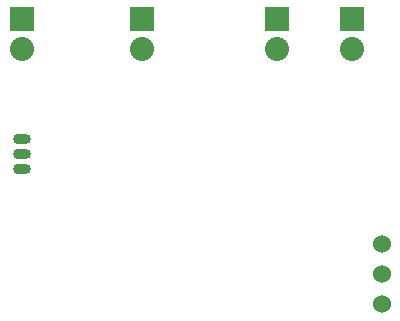
<source format=gbr>
G04 #@! TF.FileFunction,Soldermask,Bot*
%FSLAX46Y46*%
G04 Gerber Fmt 4.6, Leading zero omitted, Abs format (unit mm)*
G04 Created by KiCad (PCBNEW 4.0.2-stable) date Tuesday, April 12, 2016 'PMt' 12:32:30 PM*
%MOMM*%
G01*
G04 APERTURE LIST*
%ADD10C,0.100000*%
%ADD11R,2.032000X2.032000*%
%ADD12O,2.032000X2.032000*%
%ADD13C,1.524000*%
%ADD14O,1.501140X0.899160*%
G04 APERTURE END LIST*
D10*
D11*
X52070000Y-99060000D03*
D12*
X52070000Y-101600000D03*
D11*
X80010000Y-99060000D03*
D12*
X80010000Y-101600000D03*
D11*
X73660000Y-99060000D03*
D12*
X73660000Y-101600000D03*
D11*
X62230000Y-99060000D03*
D12*
X62230000Y-101600000D03*
D13*
X82550000Y-120650000D03*
X82550000Y-123190000D03*
X82550000Y-118110000D03*
D14*
X52070000Y-110490000D03*
X52070000Y-111760000D03*
X52070000Y-109220000D03*
M02*

</source>
